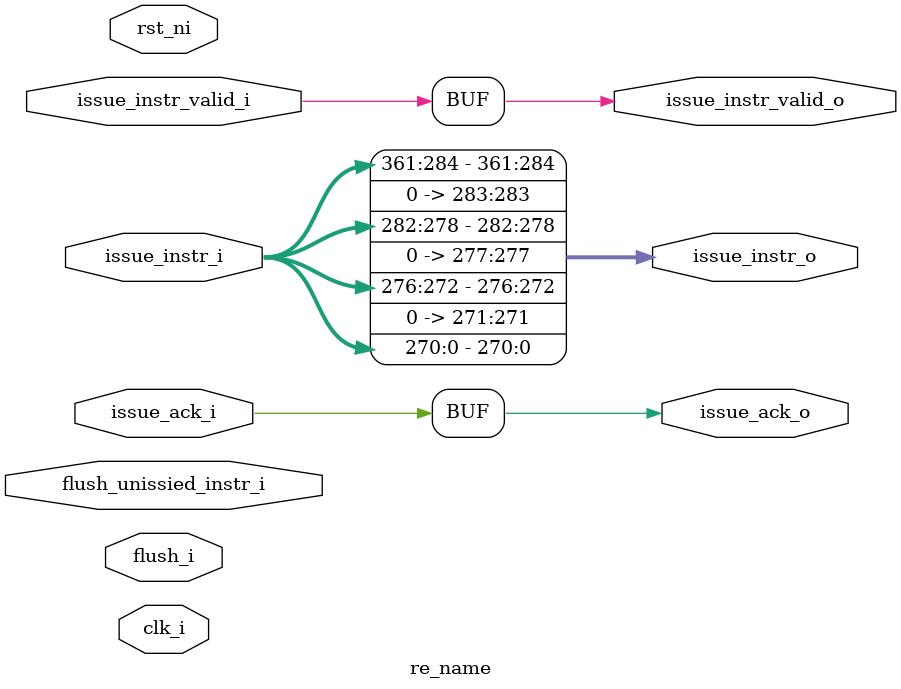
<source format=v>
module re_name
(
  clk_i,
  rst_ni,
  flush_i,
  flush_unissied_instr_i,
  issue_instr_i,
  issue_instr_valid_i,
  issue_ack_o,
  issue_instr_o,
  issue_instr_valid_o,
  issue_ack_i
);

  input [361:0] issue_instr_i;
  output [361:0] issue_instr_o;
  input clk_i;
  input rst_ni;
  input flush_i;
  input flush_unissied_instr_i;
  input issue_instr_valid_i;
  input issue_ack_i;
  output issue_ack_o;
  output issue_instr_valid_o;
  wire [361:0] issue_instr_o;
  wire issue_ack_o,issue_instr_valid_o,issue_ack_i,issue_instr_valid_i;
  assign issue_instr_o[271] = 1'b0;
  assign issue_instr_o[277] = 1'b0;
  assign issue_instr_o[283] = 1'b0;
  assign issue_ack_o = issue_ack_i;
  assign issue_instr_o[361] = issue_instr_i[361];
  assign issue_instr_o[360] = issue_instr_i[360];
  assign issue_instr_o[359] = issue_instr_i[359];
  assign issue_instr_o[358] = issue_instr_i[358];
  assign issue_instr_o[357] = issue_instr_i[357];
  assign issue_instr_o[356] = issue_instr_i[356];
  assign issue_instr_o[355] = issue_instr_i[355];
  assign issue_instr_o[354] = issue_instr_i[354];
  assign issue_instr_o[353] = issue_instr_i[353];
  assign issue_instr_o[352] = issue_instr_i[352];
  assign issue_instr_o[351] = issue_instr_i[351];
  assign issue_instr_o[350] = issue_instr_i[350];
  assign issue_instr_o[349] = issue_instr_i[349];
  assign issue_instr_o[348] = issue_instr_i[348];
  assign issue_instr_o[347] = issue_instr_i[347];
  assign issue_instr_o[346] = issue_instr_i[346];
  assign issue_instr_o[345] = issue_instr_i[345];
  assign issue_instr_o[344] = issue_instr_i[344];
  assign issue_instr_o[343] = issue_instr_i[343];
  assign issue_instr_o[342] = issue_instr_i[342];
  assign issue_instr_o[341] = issue_instr_i[341];
  assign issue_instr_o[340] = issue_instr_i[340];
  assign issue_instr_o[339] = issue_instr_i[339];
  assign issue_instr_o[338] = issue_instr_i[338];
  assign issue_instr_o[337] = issue_instr_i[337];
  assign issue_instr_o[336] = issue_instr_i[336];
  assign issue_instr_o[335] = issue_instr_i[335];
  assign issue_instr_o[334] = issue_instr_i[334];
  assign issue_instr_o[333] = issue_instr_i[333];
  assign issue_instr_o[332] = issue_instr_i[332];
  assign issue_instr_o[331] = issue_instr_i[331];
  assign issue_instr_o[330] = issue_instr_i[330];
  assign issue_instr_o[329] = issue_instr_i[329];
  assign issue_instr_o[328] = issue_instr_i[328];
  assign issue_instr_o[327] = issue_instr_i[327];
  assign issue_instr_o[326] = issue_instr_i[326];
  assign issue_instr_o[325] = issue_instr_i[325];
  assign issue_instr_o[324] = issue_instr_i[324];
  assign issue_instr_o[323] = issue_instr_i[323];
  assign issue_instr_o[322] = issue_instr_i[322];
  assign issue_instr_o[321] = issue_instr_i[321];
  assign issue_instr_o[320] = issue_instr_i[320];
  assign issue_instr_o[319] = issue_instr_i[319];
  assign issue_instr_o[318] = issue_instr_i[318];
  assign issue_instr_o[317] = issue_instr_i[317];
  assign issue_instr_o[316] = issue_instr_i[316];
  assign issue_instr_o[315] = issue_instr_i[315];
  assign issue_instr_o[314] = issue_instr_i[314];
  assign issue_instr_o[313] = issue_instr_i[313];
  assign issue_instr_o[312] = issue_instr_i[312];
  assign issue_instr_o[311] = issue_instr_i[311];
  assign issue_instr_o[310] = issue_instr_i[310];
  assign issue_instr_o[309] = issue_instr_i[309];
  assign issue_instr_o[308] = issue_instr_i[308];
  assign issue_instr_o[307] = issue_instr_i[307];
  assign issue_instr_o[306] = issue_instr_i[306];
  assign issue_instr_o[305] = issue_instr_i[305];
  assign issue_instr_o[304] = issue_instr_i[304];
  assign issue_instr_o[303] = issue_instr_i[303];
  assign issue_instr_o[302] = issue_instr_i[302];
  assign issue_instr_o[301] = issue_instr_i[301];
  assign issue_instr_o[300] = issue_instr_i[300];
  assign issue_instr_o[299] = issue_instr_i[299];
  assign issue_instr_o[298] = issue_instr_i[298];
  assign issue_instr_o[297] = issue_instr_i[297];
  assign issue_instr_o[296] = issue_instr_i[296];
  assign issue_instr_o[295] = issue_instr_i[295];
  assign issue_instr_o[294] = issue_instr_i[294];
  assign issue_instr_o[293] = issue_instr_i[293];
  assign issue_instr_o[292] = issue_instr_i[292];
  assign issue_instr_o[291] = issue_instr_i[291];
  assign issue_instr_o[290] = issue_instr_i[290];
  assign issue_instr_o[289] = issue_instr_i[289];
  assign issue_instr_o[288] = issue_instr_i[288];
  assign issue_instr_o[287] = issue_instr_i[287];
  assign issue_instr_o[286] = issue_instr_i[286];
  assign issue_instr_o[285] = issue_instr_i[285];
  assign issue_instr_o[284] = issue_instr_i[284];
  assign issue_instr_o[282] = issue_instr_i[282];
  assign issue_instr_o[281] = issue_instr_i[281];
  assign issue_instr_o[280] = issue_instr_i[280];
  assign issue_instr_o[279] = issue_instr_i[279];
  assign issue_instr_o[278] = issue_instr_i[278];
  assign issue_instr_o[276] = issue_instr_i[276];
  assign issue_instr_o[275] = issue_instr_i[275];
  assign issue_instr_o[274] = issue_instr_i[274];
  assign issue_instr_o[273] = issue_instr_i[273];
  assign issue_instr_o[272] = issue_instr_i[272];
  assign issue_instr_o[270] = issue_instr_i[270];
  assign issue_instr_o[269] = issue_instr_i[269];
  assign issue_instr_o[268] = issue_instr_i[268];
  assign issue_instr_o[267] = issue_instr_i[267];
  assign issue_instr_o[266] = issue_instr_i[266];
  assign issue_instr_o[265] = issue_instr_i[265];
  assign issue_instr_o[264] = issue_instr_i[264];
  assign issue_instr_o[263] = issue_instr_i[263];
  assign issue_instr_o[262] = issue_instr_i[262];
  assign issue_instr_o[261] = issue_instr_i[261];
  assign issue_instr_o[260] = issue_instr_i[260];
  assign issue_instr_o[259] = issue_instr_i[259];
  assign issue_instr_o[258] = issue_instr_i[258];
  assign issue_instr_o[257] = issue_instr_i[257];
  assign issue_instr_o[256] = issue_instr_i[256];
  assign issue_instr_o[255] = issue_instr_i[255];
  assign issue_instr_o[254] = issue_instr_i[254];
  assign issue_instr_o[253] = issue_instr_i[253];
  assign issue_instr_o[252] = issue_instr_i[252];
  assign issue_instr_o[251] = issue_instr_i[251];
  assign issue_instr_o[250] = issue_instr_i[250];
  assign issue_instr_o[249] = issue_instr_i[249];
  assign issue_instr_o[248] = issue_instr_i[248];
  assign issue_instr_o[247] = issue_instr_i[247];
  assign issue_instr_o[246] = issue_instr_i[246];
  assign issue_instr_o[245] = issue_instr_i[245];
  assign issue_instr_o[244] = issue_instr_i[244];
  assign issue_instr_o[243] = issue_instr_i[243];
  assign issue_instr_o[242] = issue_instr_i[242];
  assign issue_instr_o[241] = issue_instr_i[241];
  assign issue_instr_o[240] = issue_instr_i[240];
  assign issue_instr_o[239] = issue_instr_i[239];
  assign issue_instr_o[238] = issue_instr_i[238];
  assign issue_instr_o[237] = issue_instr_i[237];
  assign issue_instr_o[236] = issue_instr_i[236];
  assign issue_instr_o[235] = issue_instr_i[235];
  assign issue_instr_o[234] = issue_instr_i[234];
  assign issue_instr_o[233] = issue_instr_i[233];
  assign issue_instr_o[232] = issue_instr_i[232];
  assign issue_instr_o[231] = issue_instr_i[231];
  assign issue_instr_o[230] = issue_instr_i[230];
  assign issue_instr_o[229] = issue_instr_i[229];
  assign issue_instr_o[228] = issue_instr_i[228];
  assign issue_instr_o[227] = issue_instr_i[227];
  assign issue_instr_o[226] = issue_instr_i[226];
  assign issue_instr_o[225] = issue_instr_i[225];
  assign issue_instr_o[224] = issue_instr_i[224];
  assign issue_instr_o[223] = issue_instr_i[223];
  assign issue_instr_o[222] = issue_instr_i[222];
  assign issue_instr_o[221] = issue_instr_i[221];
  assign issue_instr_o[220] = issue_instr_i[220];
  assign issue_instr_o[219] = issue_instr_i[219];
  assign issue_instr_o[218] = issue_instr_i[218];
  assign issue_instr_o[217] = issue_instr_i[217];
  assign issue_instr_o[216] = issue_instr_i[216];
  assign issue_instr_o[215] = issue_instr_i[215];
  assign issue_instr_o[214] = issue_instr_i[214];
  assign issue_instr_o[213] = issue_instr_i[213];
  assign issue_instr_o[212] = issue_instr_i[212];
  assign issue_instr_o[211] = issue_instr_i[211];
  assign issue_instr_o[210] = issue_instr_i[210];
  assign issue_instr_o[209] = issue_instr_i[209];
  assign issue_instr_o[208] = issue_instr_i[208];
  assign issue_instr_o[207] = issue_instr_i[207];
  assign issue_instr_o[206] = issue_instr_i[206];
  assign issue_instr_o[205] = issue_instr_i[205];
  assign issue_instr_o[204] = issue_instr_i[204];
  assign issue_instr_o[203] = issue_instr_i[203];
  assign issue_instr_o[202] = issue_instr_i[202];
  assign issue_instr_o[201] = issue_instr_i[201];
  assign issue_instr_o[200] = issue_instr_i[200];
  assign issue_instr_o[199] = issue_instr_i[199];
  assign issue_instr_o[198] = issue_instr_i[198];
  assign issue_instr_o[197] = issue_instr_i[197];
  assign issue_instr_o[196] = issue_instr_i[196];
  assign issue_instr_o[195] = issue_instr_i[195];
  assign issue_instr_o[194] = issue_instr_i[194];
  assign issue_instr_o[193] = issue_instr_i[193];
  assign issue_instr_o[192] = issue_instr_i[192];
  assign issue_instr_o[191] = issue_instr_i[191];
  assign issue_instr_o[190] = issue_instr_i[190];
  assign issue_instr_o[189] = issue_instr_i[189];
  assign issue_instr_o[188] = issue_instr_i[188];
  assign issue_instr_o[187] = issue_instr_i[187];
  assign issue_instr_o[186] = issue_instr_i[186];
  assign issue_instr_o[185] = issue_instr_i[185];
  assign issue_instr_o[184] = issue_instr_i[184];
  assign issue_instr_o[183] = issue_instr_i[183];
  assign issue_instr_o[182] = issue_instr_i[182];
  assign issue_instr_o[181] = issue_instr_i[181];
  assign issue_instr_o[180] = issue_instr_i[180];
  assign issue_instr_o[179] = issue_instr_i[179];
  assign issue_instr_o[178] = issue_instr_i[178];
  assign issue_instr_o[177] = issue_instr_i[177];
  assign issue_instr_o[176] = issue_instr_i[176];
  assign issue_instr_o[175] = issue_instr_i[175];
  assign issue_instr_o[174] = issue_instr_i[174];
  assign issue_instr_o[173] = issue_instr_i[173];
  assign issue_instr_o[172] = issue_instr_i[172];
  assign issue_instr_o[171] = issue_instr_i[171];
  assign issue_instr_o[170] = issue_instr_i[170];
  assign issue_instr_o[169] = issue_instr_i[169];
  assign issue_instr_o[168] = issue_instr_i[168];
  assign issue_instr_o[167] = issue_instr_i[167];
  assign issue_instr_o[166] = issue_instr_i[166];
  assign issue_instr_o[165] = issue_instr_i[165];
  assign issue_instr_o[164] = issue_instr_i[164];
  assign issue_instr_o[163] = issue_instr_i[163];
  assign issue_instr_o[162] = issue_instr_i[162];
  assign issue_instr_o[161] = issue_instr_i[161];
  assign issue_instr_o[160] = issue_instr_i[160];
  assign issue_instr_o[159] = issue_instr_i[159];
  assign issue_instr_o[158] = issue_instr_i[158];
  assign issue_instr_o[157] = issue_instr_i[157];
  assign issue_instr_o[156] = issue_instr_i[156];
  assign issue_instr_o[155] = issue_instr_i[155];
  assign issue_instr_o[154] = issue_instr_i[154];
  assign issue_instr_o[153] = issue_instr_i[153];
  assign issue_instr_o[152] = issue_instr_i[152];
  assign issue_instr_o[151] = issue_instr_i[151];
  assign issue_instr_o[150] = issue_instr_i[150];
  assign issue_instr_o[149] = issue_instr_i[149];
  assign issue_instr_o[148] = issue_instr_i[148];
  assign issue_instr_o[147] = issue_instr_i[147];
  assign issue_instr_o[146] = issue_instr_i[146];
  assign issue_instr_o[145] = issue_instr_i[145];
  assign issue_instr_o[144] = issue_instr_i[144];
  assign issue_instr_o[143] = issue_instr_i[143];
  assign issue_instr_o[142] = issue_instr_i[142];
  assign issue_instr_o[141] = issue_instr_i[141];
  assign issue_instr_o[140] = issue_instr_i[140];
  assign issue_instr_o[139] = issue_instr_i[139];
  assign issue_instr_o[138] = issue_instr_i[138];
  assign issue_instr_o[137] = issue_instr_i[137];
  assign issue_instr_o[136] = issue_instr_i[136];
  assign issue_instr_o[135] = issue_instr_i[135];
  assign issue_instr_o[134] = issue_instr_i[134];
  assign issue_instr_o[133] = issue_instr_i[133];
  assign issue_instr_o[132] = issue_instr_i[132];
  assign issue_instr_o[131] = issue_instr_i[131];
  assign issue_instr_o[130] = issue_instr_i[130];
  assign issue_instr_o[129] = issue_instr_i[129];
  assign issue_instr_o[128] = issue_instr_i[128];
  assign issue_instr_o[127] = issue_instr_i[127];
  assign issue_instr_o[126] = issue_instr_i[126];
  assign issue_instr_o[125] = issue_instr_i[125];
  assign issue_instr_o[124] = issue_instr_i[124];
  assign issue_instr_o[123] = issue_instr_i[123];
  assign issue_instr_o[122] = issue_instr_i[122];
  assign issue_instr_o[121] = issue_instr_i[121];
  assign issue_instr_o[120] = issue_instr_i[120];
  assign issue_instr_o[119] = issue_instr_i[119];
  assign issue_instr_o[118] = issue_instr_i[118];
  assign issue_instr_o[117] = issue_instr_i[117];
  assign issue_instr_o[116] = issue_instr_i[116];
  assign issue_instr_o[115] = issue_instr_i[115];
  assign issue_instr_o[114] = issue_instr_i[114];
  assign issue_instr_o[113] = issue_instr_i[113];
  assign issue_instr_o[112] = issue_instr_i[112];
  assign issue_instr_o[111] = issue_instr_i[111];
  assign issue_instr_o[110] = issue_instr_i[110];
  assign issue_instr_o[109] = issue_instr_i[109];
  assign issue_instr_o[108] = issue_instr_i[108];
  assign issue_instr_o[107] = issue_instr_i[107];
  assign issue_instr_o[106] = issue_instr_i[106];
  assign issue_instr_o[105] = issue_instr_i[105];
  assign issue_instr_o[104] = issue_instr_i[104];
  assign issue_instr_o[103] = issue_instr_i[103];
  assign issue_instr_o[102] = issue_instr_i[102];
  assign issue_instr_o[101] = issue_instr_i[101];
  assign issue_instr_o[100] = issue_instr_i[100];
  assign issue_instr_o[99] = issue_instr_i[99];
  assign issue_instr_o[98] = issue_instr_i[98];
  assign issue_instr_o[97] = issue_instr_i[97];
  assign issue_instr_o[96] = issue_instr_i[96];
  assign issue_instr_o[95] = issue_instr_i[95];
  assign issue_instr_o[94] = issue_instr_i[94];
  assign issue_instr_o[93] = issue_instr_i[93];
  assign issue_instr_o[92] = issue_instr_i[92];
  assign issue_instr_o[91] = issue_instr_i[91];
  assign issue_instr_o[90] = issue_instr_i[90];
  assign issue_instr_o[89] = issue_instr_i[89];
  assign issue_instr_o[88] = issue_instr_i[88];
  assign issue_instr_o[87] = issue_instr_i[87];
  assign issue_instr_o[86] = issue_instr_i[86];
  assign issue_instr_o[85] = issue_instr_i[85];
  assign issue_instr_o[84] = issue_instr_i[84];
  assign issue_instr_o[83] = issue_instr_i[83];
  assign issue_instr_o[82] = issue_instr_i[82];
  assign issue_instr_o[81] = issue_instr_i[81];
  assign issue_instr_o[80] = issue_instr_i[80];
  assign issue_instr_o[79] = issue_instr_i[79];
  assign issue_instr_o[78] = issue_instr_i[78];
  assign issue_instr_o[77] = issue_instr_i[77];
  assign issue_instr_o[76] = issue_instr_i[76];
  assign issue_instr_o[75] = issue_instr_i[75];
  assign issue_instr_o[74] = issue_instr_i[74];
  assign issue_instr_o[73] = issue_instr_i[73];
  assign issue_instr_o[72] = issue_instr_i[72];
  assign issue_instr_o[71] = issue_instr_i[71];
  assign issue_instr_o[70] = issue_instr_i[70];
  assign issue_instr_o[69] = issue_instr_i[69];
  assign issue_instr_o[68] = issue_instr_i[68];
  assign issue_instr_o[67] = issue_instr_i[67];
  assign issue_instr_o[66] = issue_instr_i[66];
  assign issue_instr_o[65] = issue_instr_i[65];
  assign issue_instr_o[64] = issue_instr_i[64];
  assign issue_instr_o[63] = issue_instr_i[63];
  assign issue_instr_o[62] = issue_instr_i[62];
  assign issue_instr_o[61] = issue_instr_i[61];
  assign issue_instr_o[60] = issue_instr_i[60];
  assign issue_instr_o[59] = issue_instr_i[59];
  assign issue_instr_o[58] = issue_instr_i[58];
  assign issue_instr_o[57] = issue_instr_i[57];
  assign issue_instr_o[56] = issue_instr_i[56];
  assign issue_instr_o[55] = issue_instr_i[55];
  assign issue_instr_o[54] = issue_instr_i[54];
  assign issue_instr_o[53] = issue_instr_i[53];
  assign issue_instr_o[52] = issue_instr_i[52];
  assign issue_instr_o[51] = issue_instr_i[51];
  assign issue_instr_o[50] = issue_instr_i[50];
  assign issue_instr_o[49] = issue_instr_i[49];
  assign issue_instr_o[48] = issue_instr_i[48];
  assign issue_instr_o[47] = issue_instr_i[47];
  assign issue_instr_o[46] = issue_instr_i[46];
  assign issue_instr_o[45] = issue_instr_i[45];
  assign issue_instr_o[44] = issue_instr_i[44];
  assign issue_instr_o[43] = issue_instr_i[43];
  assign issue_instr_o[42] = issue_instr_i[42];
  assign issue_instr_o[41] = issue_instr_i[41];
  assign issue_instr_o[40] = issue_instr_i[40];
  assign issue_instr_o[39] = issue_instr_i[39];
  assign issue_instr_o[38] = issue_instr_i[38];
  assign issue_instr_o[37] = issue_instr_i[37];
  assign issue_instr_o[36] = issue_instr_i[36];
  assign issue_instr_o[35] = issue_instr_i[35];
  assign issue_instr_o[34] = issue_instr_i[34];
  assign issue_instr_o[33] = issue_instr_i[33];
  assign issue_instr_o[32] = issue_instr_i[32];
  assign issue_instr_o[31] = issue_instr_i[31];
  assign issue_instr_o[30] = issue_instr_i[30];
  assign issue_instr_o[29] = issue_instr_i[29];
  assign issue_instr_o[28] = issue_instr_i[28];
  assign issue_instr_o[27] = issue_instr_i[27];
  assign issue_instr_o[26] = issue_instr_i[26];
  assign issue_instr_o[25] = issue_instr_i[25];
  assign issue_instr_o[24] = issue_instr_i[24];
  assign issue_instr_o[23] = issue_instr_i[23];
  assign issue_instr_o[22] = issue_instr_i[22];
  assign issue_instr_o[21] = issue_instr_i[21];
  assign issue_instr_o[20] = issue_instr_i[20];
  assign issue_instr_o[19] = issue_instr_i[19];
  assign issue_instr_o[18] = issue_instr_i[18];
  assign issue_instr_o[17] = issue_instr_i[17];
  assign issue_instr_o[16] = issue_instr_i[16];
  assign issue_instr_o[15] = issue_instr_i[15];
  assign issue_instr_o[14] = issue_instr_i[14];
  assign issue_instr_o[13] = issue_instr_i[13];
  assign issue_instr_o[12] = issue_instr_i[12];
  assign issue_instr_o[11] = issue_instr_i[11];
  assign issue_instr_o[10] = issue_instr_i[10];
  assign issue_instr_o[9] = issue_instr_i[9];
  assign issue_instr_o[8] = issue_instr_i[8];
  assign issue_instr_o[7] = issue_instr_i[7];
  assign issue_instr_o[6] = issue_instr_i[6];
  assign issue_instr_o[5] = issue_instr_i[5];
  assign issue_instr_o[4] = issue_instr_i[4];
  assign issue_instr_o[3] = issue_instr_i[3];
  assign issue_instr_o[2] = issue_instr_i[2];
  assign issue_instr_o[1] = issue_instr_i[1];
  assign issue_instr_o[0] = issue_instr_i[0];
  assign issue_instr_valid_o = issue_instr_valid_i;

endmodule
</source>
